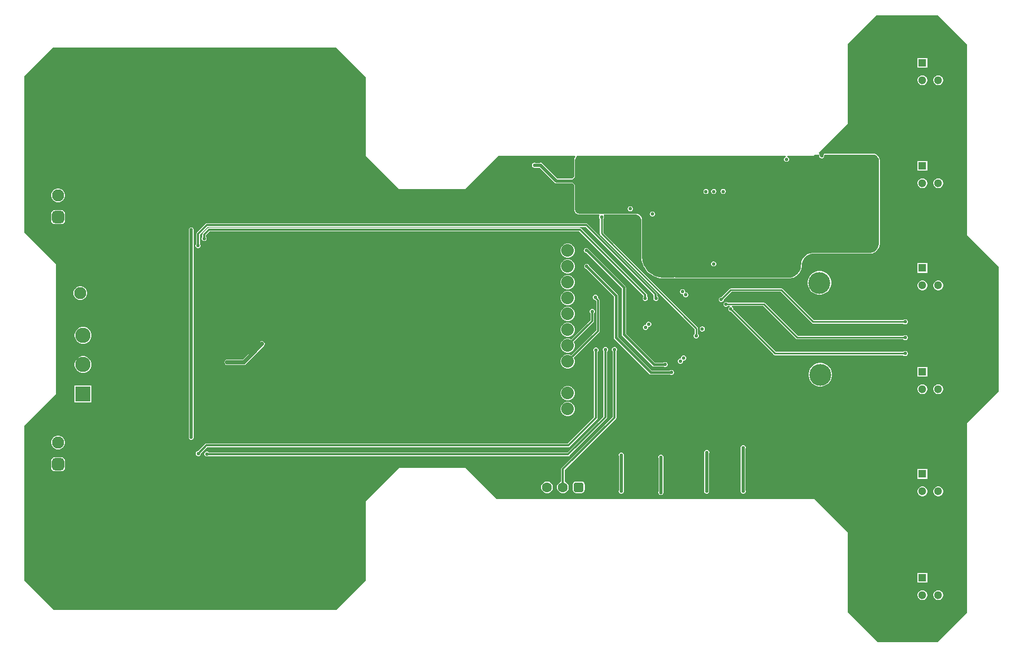
<source format=gbl>
%TF.GenerationSoftware,Altium Limited,DefaultClient, ()*%
G04 Layer_Physical_Order=4*
G04 Layer_Color=16711680*
%FSLAX45Y45*%
%MOMM*%
%TF.SameCoordinates,AE975085-364B-4CEB-9B6D-173D2EE7C3AA*%
%TF.FilePolarity,Positive*%
%TF.FileFunction,Copper,L4,Bot,Signal*%
%TF.Part,Single*%
G01*
G75*
%TA.AperFunction,Conductor*%
%ADD10C,0.30480*%
%ADD13C,0.25400*%
%ADD47C,0.63500*%
%ADD49C,0.50800*%
%ADD50C,0.38100*%
%TA.AperFunction,ComponentPad*%
%ADD59C,3.55600*%
%ADD60C,2.03200*%
%ADD61C,2.45000*%
%ADD62R,2.45000X2.45000*%
%ADD63R,1.30000X1.30000*%
%ADD64C,1.30000*%
G04:AMPARAMS|DCode=65|XSize=1.95mm|YSize=1.95mm|CornerRadius=0.4875mm|HoleSize=0mm|Usage=FLASHONLY|Rotation=90.000|XOffset=0mm|YOffset=0mm|HoleType=Round|Shape=RoundedRectangle|*
%AMROUNDEDRECTD65*
21,1,1.95000,0.97500,0,0,90.0*
21,1,0.97500,1.95000,0,0,90.0*
1,1,0.97500,0.48750,0.48750*
1,1,0.97500,0.48750,-0.48750*
1,1,0.97500,-0.48750,-0.48750*
1,1,0.97500,-0.48750,0.48750*
%
%ADD65ROUNDEDRECTD65*%
%ADD66C,1.95000*%
%ADD67C,1.60000*%
G04:AMPARAMS|DCode=68|XSize=1.6mm|YSize=1.6mm|CornerRadius=0.4mm|HoleSize=0mm|Usage=FLASHONLY|Rotation=180.000|XOffset=0mm|YOffset=0mm|HoleType=Round|Shape=RoundedRectangle|*
%AMROUNDEDRECTD68*
21,1,1.60000,0.80000,0,0,180.0*
21,1,0.80000,1.60000,0,0,180.0*
1,1,0.80000,-0.40000,0.40000*
1,1,0.80000,0.40000,0.40000*
1,1,0.80000,0.40000,-0.40000*
1,1,0.80000,-0.40000,-0.40000*
%
%ADD68ROUNDEDRECTD68*%
%TA.AperFunction,ViaPad*%
%ADD69C,3.50000*%
%ADD70C,0.55880*%
G36*
X13300000Y6924999D02*
X13300000Y6925000D01*
X13300009D01*
X13311736Y6924625D01*
X13329169Y6921158D01*
X13347369Y6913620D01*
X13363747Y6902677D01*
X13377676Y6888747D01*
X13388620Y6872369D01*
X13396158Y6854169D01*
X13400000Y6834849D01*
X13400000Y6825000D01*
X13400000Y5500000D01*
X13400000Y5500000D01*
Y5485065D01*
X13394173Y5455770D01*
X13382742Y5428175D01*
X13366148Y5403339D01*
X13345027Y5382219D01*
X13320192Y5365625D01*
X13292596Y5354195D01*
X13263303Y5348367D01*
X13248367Y5348368D01*
X12348368D01*
X12348368Y5348367D01*
X12328924Y5347412D01*
X12290785Y5339826D01*
X12254858Y5324944D01*
X12222524Y5303340D01*
X12195027Y5275843D01*
X12173423Y5243509D01*
X12158541Y5207583D01*
X12150955Y5169443D01*
X12150000Y5149999D01*
X12149999D01*
Y5130301D01*
X12142314Y5091662D01*
X12127237Y5055264D01*
X12105349Y5022507D01*
X12077492Y4994650D01*
X12044735Y4972762D01*
X12008337Y4957686D01*
X11969698Y4950000D01*
X10134687D01*
X10127444Y4953000D01*
X10111276D01*
X10104033Y4950000D01*
X9950000D01*
X9927059Y4950000D01*
X9881572Y4955989D01*
X9837254Y4967863D01*
X9794867Y4985421D01*
X9755133Y5008361D01*
X9718733Y5036291D01*
X9686291Y5068734D01*
X9658361Y5105133D01*
X9635421Y5144867D01*
X9617863Y5187255D01*
X9605988Y5231572D01*
X9600000Y5277060D01*
Y5300000D01*
Y5874998D01*
X9600000Y5874998D01*
X9600000Y5874998D01*
X9599997Y5875037D01*
X9599519Y5884799D01*
X9599134Y5886732D01*
X9595696Y5904026D01*
X9588196Y5922139D01*
X9577306Y5938439D01*
X9563445Y5952302D01*
X9547145Y5963193D01*
X9529034Y5970695D01*
X9509807Y5974519D01*
X9500005Y5974999D01*
X8600000Y5975000D01*
X8592604Y5975000D01*
X8578106Y5977884D01*
X8564449Y5983540D01*
X8552159Y5991753D01*
X8541707Y6002206D01*
X8533495Y6014497D01*
X8527838Y6028154D01*
X8524956Y6042652D01*
X8524956Y6050044D01*
X8524280Y6824276D01*
X8524280Y6824276D01*
X8524790Y6836765D01*
X8528149Y6853657D01*
X8535740Y6871988D01*
X8546763Y6888485D01*
X8558104Y6899826D01*
X11903802D01*
X11906328Y6887126D01*
X11894659Y6882293D01*
X11883227Y6870861D01*
X11877040Y6855924D01*
Y6839756D01*
X11883227Y6824819D01*
X11894659Y6813387D01*
X11909596Y6807200D01*
X11925764D01*
X11940701Y6813387D01*
X11952133Y6824819D01*
X11958320Y6839756D01*
Y6855924D01*
X11952133Y6870861D01*
X11940701Y6882293D01*
X11929032Y6887126D01*
X11931558Y6899826D01*
X12329245D01*
X12339155Y6901798D01*
X12347557Y6907412D01*
X12365145Y6925000D01*
X12433456D01*
X12438991Y6916716D01*
X12440243Y6912300D01*
Y6897624D01*
X12446430Y6882687D01*
X12457862Y6871254D01*
X12472799Y6865068D01*
X12488967D01*
X12503904Y6871254D01*
X12515336Y6882687D01*
X12521523Y6897624D01*
Y6913791D01*
X12521254Y6914440D01*
X12528310Y6925000D01*
X13299998D01*
X13300000Y6924999D01*
D02*
G37*
G36*
X14813280Y8686800D02*
Y5628640D01*
X15318739Y5123180D01*
Y3124200D01*
X14813280Y2618739D01*
Y-424181D01*
X14340839Y-896620D01*
X13380719D01*
X12900661Y-416560D01*
Y858520D01*
X12362180Y1397000D01*
X7269479D01*
X6766559Y1899920D01*
X5704839D01*
X5166360Y1361440D01*
X5166359Y96519D01*
X4696460Y-373380D01*
X162559D01*
X-307340Y96519D01*
Y2575559D01*
X195579Y3078480D01*
X195580Y5171439D01*
X-307340Y5674360D01*
Y8186420D01*
X147320Y8641080D01*
X4693920D01*
X5166361Y8168639D01*
Y6901178D01*
X5699759Y6367780D01*
X6766560D01*
X7298606Y6899826D01*
X8522534D01*
X8529323Y6887126D01*
X8524310Y6879624D01*
X8524036Y6878243D01*
X8523040Y6877247D01*
X8515448Y6858916D01*
Y6857509D01*
X8514666Y6856338D01*
X8511307Y6839446D01*
X8511527Y6838345D01*
X8511055Y6837326D01*
X8510545Y6824837D01*
X8510651Y6824548D01*
X8510534Y6824264D01*
X8510759Y6565697D01*
X8483909Y6538846D01*
X8241091D01*
X8011247Y6768691D01*
X8009453Y6773021D01*
X7998021Y6784453D01*
X7983084Y6790640D01*
X7966916D01*
X7962586Y6788846D01*
X7887414D01*
X7883084Y6790640D01*
X7866916D01*
X7851979Y6784453D01*
X7840547Y6773021D01*
X7834360Y6758084D01*
Y6741916D01*
X7840547Y6726979D01*
X7851979Y6715547D01*
X7866916Y6709360D01*
X7883084D01*
X7887414Y6711153D01*
X7958909D01*
X8197531Y6472531D01*
X8210134Y6464111D01*
X8225000Y6461153D01*
X8483909D01*
X8510874Y6434189D01*
X8511210Y6050033D01*
X8511209Y6042653D01*
X8511748Y6041353D01*
X8511473Y6039972D01*
X8514356Y6025473D01*
X8515138Y6024302D01*
Y6022894D01*
X8520794Y6009237D01*
X8521790Y6008242D01*
X8522064Y6006861D01*
X8530276Y5994569D01*
X8531447Y5993787D01*
X8531986Y5992486D01*
X8542439Y5982033D01*
X8543739Y5981495D01*
X8544521Y5980324D01*
X8556812Y5972111D01*
X8558193Y5971836D01*
X8559189Y5970840D01*
X8572846Y5965184D01*
X8574254D01*
X8575425Y5964401D01*
X8589922Y5961517D01*
X8591304Y5961792D01*
X8592605Y5961253D01*
X8600001Y5961254D01*
X8910819Y5961253D01*
X8916079Y5948553D01*
X8915547Y5948021D01*
X8909360Y5933084D01*
Y5916916D01*
X8915547Y5901979D01*
X8924102Y5893424D01*
Y5655638D01*
X8926074Y5645728D01*
X8931687Y5637326D01*
X10441442Y4127571D01*
Y4047316D01*
X10432887Y4038761D01*
X10426700Y4023824D01*
Y4007656D01*
X10432887Y3992719D01*
X10444319Y3981287D01*
X10459256Y3975100D01*
X10475424D01*
X10490361Y3981287D01*
X10501793Y3992719D01*
X10507980Y4007656D01*
Y4023824D01*
X10501793Y4038761D01*
X10493238Y4047316D01*
Y4138298D01*
X10491266Y4148209D01*
X10485652Y4156611D01*
X8975897Y5666366D01*
Y5893424D01*
X8984453Y5901979D01*
X8990640Y5916916D01*
Y5933084D01*
X8984453Y5948021D01*
X8983921Y5948553D01*
X8989181Y5961253D01*
X9499668Y5961253D01*
X9508121Y5960838D01*
X9525024Y5957477D01*
X9540634Y5951011D01*
X9554682Y5941624D01*
X9566628Y5929676D01*
X9576014Y5915628D01*
X9582478Y5900018D01*
X9585652Y5884051D01*
X9585652Y5884050D01*
X9585652Y5884049D01*
X9585838Y5883113D01*
X9586253Y5874640D01*
Y5300000D01*
Y5277060D01*
X9586617Y5276182D01*
X9586371Y5275265D01*
X9592360Y5229777D01*
X9592834Y5228955D01*
X9592710Y5228014D01*
X9604585Y5183697D01*
X9605163Y5182943D01*
Y5181994D01*
X9622721Y5139606D01*
X9623392Y5138935D01*
X9623516Y5137993D01*
X9646456Y5098260D01*
X9647210Y5097682D01*
X9647455Y5096765D01*
X9675386Y5060365D01*
X9676207Y5059891D01*
X9676571Y5059013D01*
X9709013Y5026571D01*
X9709890Y5026208D01*
X9710365Y5025385D01*
X9746765Y4997455D01*
X9747682Y4997209D01*
X9748260Y4996456D01*
X9787993Y4973516D01*
X9788935Y4973392D01*
X9789606Y4972721D01*
X9831994Y4955163D01*
X9832943D01*
X9833697Y4954585D01*
X9878014Y4942710D01*
X9878955Y4942834D01*
X9879777Y4942360D01*
X9925265Y4936371D01*
X9926182Y4936617D01*
X9927060Y4936253D01*
X9950000Y4936254D01*
X10104033D01*
X10106560Y4937300D01*
X10109294D01*
X10114011Y4939254D01*
X10124709D01*
X10129426Y4937300D01*
X10132161D01*
X10134687Y4936254D01*
X11969698D01*
X11970999Y4936792D01*
X11972380Y4936518D01*
X12011019Y4944203D01*
X12012190Y4944986D01*
X12013598D01*
X12049996Y4960062D01*
X12050991Y4961058D01*
X12052372Y4961332D01*
X12085129Y4983220D01*
X12085911Y4984390D01*
X12087212Y4984929D01*
X12115070Y5012787D01*
X12115609Y5014088D01*
X12116779Y5014870D01*
X12138667Y5047627D01*
X12138942Y5049008D01*
X12139937Y5050003D01*
X12155014Y5086401D01*
Y5087809D01*
X12155796Y5088980D01*
X12163482Y5127619D01*
X12163207Y5129000D01*
X12163746Y5130301D01*
Y5149651D01*
X12164635Y5167756D01*
X12171760Y5203573D01*
X12185604Y5236998D01*
X12205705Y5267080D01*
X12231287Y5292662D01*
X12261369Y5312763D01*
X12294794Y5326608D01*
X12330611Y5333732D01*
X12348716Y5334621D01*
X13248367D01*
X13263301Y5334621D01*
X13264603Y5335160D01*
X13265984Y5334885D01*
X13295277Y5340712D01*
X13296449Y5341495D01*
X13297858D01*
X13325453Y5352925D01*
X13326448Y5353920D01*
X13327829Y5354195D01*
X13352664Y5370789D01*
X13353447Y5371960D01*
X13354747Y5372499D01*
X13375868Y5393619D01*
X13376407Y5394920D01*
X13377579Y5395702D01*
X13394173Y5420537D01*
X13394447Y5421919D01*
X13395442Y5422914D01*
X13406873Y5450509D01*
Y5451917D01*
X13407655Y5453088D01*
X13413483Y5482383D01*
X13413206Y5483764D01*
X13413747Y5485065D01*
Y5499999D01*
X13413747Y5500000D01*
X13413747Y6824999D01*
X13413747Y6834848D01*
X13413208Y6836149D01*
X13413483Y6837530D01*
X13409641Y6856850D01*
X13408858Y6858021D01*
Y6859430D01*
X13401320Y6877629D01*
X13400325Y6878625D01*
X13400050Y6880006D01*
X13389107Y6896384D01*
X13387936Y6897167D01*
X13387396Y6898468D01*
X13373468Y6912397D01*
X13372166Y6912936D01*
X13371384Y6914107D01*
X13355006Y6925050D01*
X13353625Y6925325D01*
X13352629Y6926320D01*
X13334430Y6933858D01*
X13333022D01*
X13331850Y6934641D01*
X13314417Y6938108D01*
X13313255Y6937876D01*
X13312175Y6938364D01*
X13300449Y6938739D01*
X13300227Y6938656D01*
X13300009Y6938746D01*
X13300000D01*
X13299998Y6938747D01*
X12528310D01*
X12527010Y6938208D01*
X12525628Y6938483D01*
X12522294Y6936255D01*
X12518590Y6934720D01*
X12518051Y6933419D01*
X12516880Y6932637D01*
X12509825Y6922078D01*
X12509550Y6920697D01*
X12508555Y6919702D01*
X12508554Y6915692D01*
X12508545Y6915648D01*
X12507777Y6913791D01*
Y6911783D01*
X12507772Y6911759D01*
X12507777Y6911751D01*
Y6900358D01*
X12503682Y6890473D01*
X12496117Y6882908D01*
X12486232Y6878814D01*
X12475534D01*
X12465649Y6882908D01*
X12458084Y6890474D01*
X12453990Y6900358D01*
Y6912300D01*
X12453241Y6914107D01*
X12453468Y6916050D01*
X12452216Y6920466D01*
X12450850Y6922194D01*
X12450421Y6924353D01*
X12444886Y6932637D01*
X12443715Y6933419D01*
X12443176Y6934720D01*
X12439472Y6936255D01*
X12438635Y6936814D01*
X12434610Y6950750D01*
X12900661Y7416799D01*
Y8696960D01*
X13357860Y9154160D01*
X14345920D01*
X14813280Y8686800D01*
D02*
G37*
%LPC*%
G36*
X10908795Y6372860D02*
X10892627D01*
X10877690Y6366673D01*
X10866258Y6355241D01*
X10860071Y6340304D01*
Y6324136D01*
X10866258Y6309199D01*
X10877690Y6297767D01*
X10892627Y6291580D01*
X10908795D01*
X10923732Y6297767D01*
X10935164Y6309199D01*
X10941351Y6324136D01*
Y6340304D01*
X10935164Y6355241D01*
X10923732Y6366673D01*
X10908795Y6372860D01*
D02*
G37*
G36*
X10758935D02*
X10742767D01*
X10727830Y6366673D01*
X10716398Y6355241D01*
X10710211Y6340304D01*
Y6324136D01*
X10716398Y6309199D01*
X10727830Y6297767D01*
X10742767Y6291580D01*
X10758935D01*
X10773872Y6297767D01*
X10785304Y6309199D01*
X10791491Y6324136D01*
Y6340304D01*
X10785304Y6355241D01*
X10773872Y6366673D01*
X10758935Y6372860D01*
D02*
G37*
G36*
X10633873D02*
X10617705D01*
X10602768Y6366673D01*
X10591336Y6355241D01*
X10585149Y6340304D01*
Y6324136D01*
X10591336Y6309199D01*
X10602768Y6297767D01*
X10617705Y6291580D01*
X10633873D01*
X10648810Y6297767D01*
X10660242Y6309199D01*
X10666429Y6324136D01*
Y6340304D01*
X10660242Y6355241D01*
X10648810Y6366673D01*
X10633873Y6372860D01*
D02*
G37*
G36*
X9419584Y6093640D02*
X9403416D01*
X9388479Y6087453D01*
X9377047Y6076021D01*
X9370860Y6061084D01*
Y6044916D01*
X9377047Y6029979D01*
X9388479Y6018547D01*
X9403416Y6012360D01*
X9419584D01*
X9434521Y6018547D01*
X9445953Y6029979D01*
X9452140Y6044916D01*
Y6061084D01*
X9445953Y6076021D01*
X9434521Y6087453D01*
X9419584Y6093640D01*
D02*
G37*
G36*
X9774384Y6009640D02*
X9758216D01*
X9743279Y6003453D01*
X9731847Y5992021D01*
X9725660Y5977084D01*
Y5960916D01*
X9731847Y5945979D01*
X9743279Y5934547D01*
X9758216Y5928360D01*
X9774384D01*
X9789321Y5934547D01*
X9800753Y5945979D01*
X9806940Y5960916D01*
Y5977084D01*
X9800753Y5992021D01*
X9789321Y6003453D01*
X9774384Y6009640D01*
D02*
G37*
G36*
X10754698Y5211954D02*
X10738530D01*
X10723593Y5205767D01*
X10712161Y5194335D01*
X10705974Y5179398D01*
Y5163230D01*
X10712161Y5148293D01*
X10723593Y5136861D01*
X10738530Y5130674D01*
X10754698D01*
X10769635Y5136861D01*
X10781067Y5148293D01*
X10787254Y5163230D01*
Y5179398D01*
X10781067Y5194335D01*
X10769635Y5205767D01*
X10754698Y5211954D01*
D02*
G37*
G36*
X14174699Y8472700D02*
X14019299D01*
Y8317300D01*
X14174699D01*
Y8472700D01*
D02*
G37*
G36*
X14361229Y8192700D02*
X14340771D01*
X14321008Y8187405D01*
X14303291Y8177175D01*
X14288824Y8162709D01*
X14278595Y8144991D01*
X14273300Y8125229D01*
Y8104771D01*
X14278595Y8085009D01*
X14288824Y8067291D01*
X14303291Y8052825D01*
X14321008Y8042595D01*
X14340771Y8037300D01*
X14361229D01*
X14380991Y8042595D01*
X14398709Y8052825D01*
X14413174Y8067291D01*
X14423405Y8085009D01*
X14428700Y8104771D01*
Y8125229D01*
X14423405Y8144991D01*
X14413174Y8162709D01*
X14398709Y8177175D01*
X14380991Y8187405D01*
X14361229Y8192700D01*
D02*
G37*
G36*
X14107230D02*
X14086771D01*
X14067009Y8187405D01*
X14049290Y8177175D01*
X14034825Y8162709D01*
X14024596Y8144991D01*
X14019299Y8125229D01*
Y8104771D01*
X14024596Y8085009D01*
X14034825Y8067291D01*
X14049290Y8052825D01*
X14067009Y8042595D01*
X14086771Y8037300D01*
X14107230D01*
X14126991Y8042595D01*
X14144708Y8052825D01*
X14159175Y8067291D01*
X14169405Y8085009D01*
X14174699Y8104771D01*
Y8125229D01*
X14169405Y8144991D01*
X14159175Y8162709D01*
X14144708Y8177175D01*
X14126991Y8187405D01*
X14107230Y8192700D01*
D02*
G37*
G36*
X14174699Y6821700D02*
X14019299D01*
Y6666300D01*
X14174699D01*
Y6821700D01*
D02*
G37*
G36*
X14361229Y6541700D02*
X14340771D01*
X14321008Y6536405D01*
X14303291Y6526175D01*
X14288824Y6511709D01*
X14278595Y6493991D01*
X14273300Y6474229D01*
Y6453771D01*
X14278595Y6434009D01*
X14288824Y6416291D01*
X14303291Y6401825D01*
X14321008Y6391595D01*
X14340771Y6386300D01*
X14361229D01*
X14380991Y6391595D01*
X14398709Y6401825D01*
X14413174Y6416291D01*
X14423405Y6434009D01*
X14428700Y6453771D01*
Y6474229D01*
X14423405Y6493991D01*
X14413174Y6511709D01*
X14398709Y6526175D01*
X14380991Y6536405D01*
X14361229Y6541700D01*
D02*
G37*
G36*
X14107230D02*
X14086771D01*
X14067009Y6536405D01*
X14049290Y6526175D01*
X14034825Y6511709D01*
X14024596Y6493991D01*
X14019299Y6474229D01*
Y6453771D01*
X14024596Y6434009D01*
X14034825Y6416291D01*
X14049290Y6401825D01*
X14067009Y6391595D01*
X14086771Y6386300D01*
X14107230D01*
X14126991Y6391595D01*
X14144708Y6401825D01*
X14159175Y6416291D01*
X14169405Y6434009D01*
X14174699Y6453771D01*
Y6474229D01*
X14169405Y6493991D01*
X14159175Y6511709D01*
X14144708Y6526175D01*
X14126991Y6536405D01*
X14107230Y6541700D01*
D02*
G37*
G36*
X247708Y6381200D02*
X218692D01*
X190664Y6373690D01*
X165536Y6359182D01*
X145018Y6338664D01*
X130510Y6313536D01*
X123000Y6285508D01*
Y6256492D01*
X130510Y6228464D01*
X145018Y6203336D01*
X165536Y6182818D01*
X190664Y6168310D01*
X218692Y6160800D01*
X247708D01*
X275736Y6168310D01*
X300864Y6182818D01*
X321382Y6203336D01*
X335890Y6228464D01*
X343400Y6256492D01*
Y6285508D01*
X335890Y6313536D01*
X321382Y6338664D01*
X300864Y6359182D01*
X275736Y6373690D01*
X247708Y6381200D01*
D02*
G37*
G36*
X281950Y6032404D02*
X184450D01*
X160473Y6027635D01*
X140147Y6014053D01*
X126565Y5993727D01*
X121796Y5969750D01*
Y5872250D01*
X126565Y5848274D01*
X140147Y5827947D01*
X160473Y5814366D01*
X184450Y5809596D01*
X281950D01*
X305926Y5814366D01*
X326253Y5827947D01*
X339834Y5848274D01*
X344604Y5872250D01*
Y5969750D01*
X339834Y5993727D01*
X326253Y6014053D01*
X305926Y6027635D01*
X281950Y6032404D01*
D02*
G37*
G36*
X8604920Y5748568D02*
X8604919Y5748567D01*
X2651761D01*
X2651760Y5748568D01*
X2640858Y5746399D01*
X2631616Y5740224D01*
X2555416Y5664024D01*
X2549241Y5654782D01*
X2547072Y5643880D01*
X2547073Y5643879D01*
Y5606826D01*
X2541107Y5600861D01*
X2534920Y5585924D01*
Y5569756D01*
X2541107Y5554819D01*
X2552539Y5543387D01*
X2567476Y5537200D01*
X2583644D01*
X2598581Y5543387D01*
X2610013Y5554819D01*
X2616200Y5569756D01*
Y5585924D01*
X2610013Y5600861D01*
X2604047Y5606826D01*
Y5632080D01*
X2663560Y5691593D01*
X8593120D01*
X9622985Y4661728D01*
Y4648719D01*
X9617547Y4643281D01*
X9611360Y4628344D01*
Y4612176D01*
X9617547Y4597239D01*
X9628979Y4585807D01*
X9643916Y4579620D01*
X9660084D01*
X9675021Y4585807D01*
X9686453Y4597239D01*
X9692640Y4612176D01*
Y4628344D01*
X9686453Y4643281D01*
X9680487Y4649246D01*
Y4673000D01*
X9678319Y4683902D01*
X9672144Y4693144D01*
X9672143Y4693144D01*
X8625064Y5740224D01*
X8615822Y5746399D01*
X8604920Y5748568D01*
D02*
G37*
G36*
X8422448Y5499100D02*
X8392352D01*
X8363282Y5491311D01*
X8337218Y5476263D01*
X8315937Y5454982D01*
X8300889Y5428918D01*
X8293100Y5399848D01*
Y5369752D01*
X8300889Y5340682D01*
X8315937Y5314618D01*
X8337218Y5293337D01*
X8363282Y5278289D01*
X8392352Y5270500D01*
X8422448D01*
X8451518Y5278289D01*
X8477582Y5293337D01*
X8498863Y5314618D01*
X8513911Y5340682D01*
X8521700Y5369752D01*
Y5399848D01*
X8513911Y5428918D01*
X8498863Y5454982D01*
X8477582Y5476263D01*
X8451518Y5491311D01*
X8422448Y5499100D01*
D02*
G37*
G36*
X14174699Y5183700D02*
X14019299D01*
Y5028300D01*
X14174699D01*
Y5183700D01*
D02*
G37*
G36*
X8422448Y5245100D02*
X8392352D01*
X8363282Y5237311D01*
X8337218Y5222263D01*
X8315937Y5200982D01*
X8300889Y5174918D01*
X8293100Y5145848D01*
Y5115752D01*
X8300889Y5086682D01*
X8315937Y5060618D01*
X8337218Y5039337D01*
X8363282Y5024289D01*
X8392352Y5016500D01*
X8422448D01*
X8451518Y5024289D01*
X8477582Y5039337D01*
X8498863Y5060618D01*
X8513911Y5086682D01*
X8521700Y5115752D01*
Y5145848D01*
X8513911Y5174918D01*
X8498863Y5200982D01*
X8477582Y5222263D01*
X8451518Y5237311D01*
X8422448Y5245100D01*
D02*
G37*
G36*
Y4991100D02*
X8392352D01*
X8363282Y4983311D01*
X8337218Y4968263D01*
X8315937Y4946982D01*
X8300889Y4920918D01*
X8293100Y4891848D01*
Y4861752D01*
X8300889Y4832682D01*
X8315937Y4806618D01*
X8337218Y4785337D01*
X8363282Y4770289D01*
X8392352Y4762500D01*
X8422448D01*
X8451518Y4770289D01*
X8477582Y4785337D01*
X8498863Y4806618D01*
X8513911Y4832682D01*
X8521700Y4861752D01*
Y4891848D01*
X8513911Y4920918D01*
X8498863Y4946982D01*
X8477582Y4968263D01*
X8451518Y4983311D01*
X8422448Y4991100D01*
D02*
G37*
G36*
X14361229Y4903700D02*
X14340771D01*
X14321008Y4898405D01*
X14303291Y4888175D01*
X14288824Y4873709D01*
X14278595Y4855991D01*
X14273300Y4836229D01*
Y4815771D01*
X14278595Y4796009D01*
X14288824Y4778291D01*
X14303291Y4763825D01*
X14321008Y4753595D01*
X14340771Y4748300D01*
X14361229D01*
X14380991Y4753595D01*
X14398709Y4763825D01*
X14413174Y4778291D01*
X14423405Y4796009D01*
X14428700Y4815771D01*
Y4836229D01*
X14423405Y4855991D01*
X14413174Y4873709D01*
X14398709Y4888175D01*
X14380991Y4898405D01*
X14361229Y4903700D01*
D02*
G37*
G36*
X14107230Y4903700D02*
X14086771D01*
X14067009Y4898404D01*
X14049290Y4888175D01*
X14034825Y4873709D01*
X14024596Y4855991D01*
X14019299Y4836229D01*
Y4815770D01*
X14024596Y4796009D01*
X14034825Y4778291D01*
X14049290Y4763824D01*
X14067009Y4753595D01*
X14086771Y4748300D01*
X14107230D01*
X14126991Y4753595D01*
X14144708Y4763824D01*
X14159175Y4778291D01*
X14169405Y4796009D01*
X14174699Y4815770D01*
Y4836229D01*
X14169405Y4855991D01*
X14159175Y4873709D01*
X14144708Y4888175D01*
X14126991Y4898404D01*
X14107230Y4903700D01*
D02*
G37*
G36*
X12464487Y5054340D02*
X12427513D01*
X12391250Y5047127D01*
X12357091Y5032977D01*
X12326348Y5012436D01*
X12300204Y4986292D01*
X12279663Y4955549D01*
X12265513Y4921390D01*
X12258300Y4885127D01*
Y4848153D01*
X12265513Y4811890D01*
X12279663Y4777731D01*
X12300204Y4746988D01*
X12326348Y4720844D01*
X12357091Y4700303D01*
X12391250Y4686153D01*
X12427513Y4678940D01*
X12464487D01*
X12500750Y4686153D01*
X12534909Y4700303D01*
X12565652Y4720844D01*
X12591796Y4746988D01*
X12612337Y4777731D01*
X12626487Y4811890D01*
X12633700Y4848153D01*
Y4885127D01*
X12626487Y4921390D01*
X12612337Y4955549D01*
X12591796Y4986292D01*
X12565652Y5012436D01*
X12534909Y5032977D01*
X12500750Y5047127D01*
X12464487Y5054340D01*
D02*
G37*
G36*
X10256984Y4765040D02*
X10240816D01*
X10225879Y4758853D01*
X10214447Y4747421D01*
X10208260Y4732484D01*
Y4716316D01*
X10214447Y4701379D01*
X10225879Y4689947D01*
X10240816Y4683760D01*
X10247326D01*
X10257296Y4681996D01*
X10259060Y4672026D01*
Y4665516D01*
X10265247Y4650579D01*
X10276679Y4639147D01*
X10291616Y4632960D01*
X10307784D01*
X10322721Y4639147D01*
X10334153Y4650579D01*
X10340340Y4665516D01*
Y4681684D01*
X10334153Y4696621D01*
X10322721Y4708053D01*
X10307784Y4714240D01*
X10301274D01*
X10291304Y4716004D01*
X10289540Y4725974D01*
Y4732484D01*
X10283353Y4747421D01*
X10271921Y4758853D01*
X10256984Y4765040D01*
D02*
G37*
G36*
X604506Y4813200D02*
X575490D01*
X547462Y4805691D01*
X522333Y4791182D01*
X501816Y4770665D01*
X487308Y4745536D01*
X479798Y4717509D01*
Y4688492D01*
X487308Y4660465D01*
X501816Y4635336D01*
X522333Y4614819D01*
X547462Y4600310D01*
X575490Y4592801D01*
X604506D01*
X632533Y4600310D01*
X657662Y4614819D01*
X678180Y4635336D01*
X692688Y4660465D01*
X700198Y4688492D01*
Y4717509D01*
X692688Y4745536D01*
X678180Y4770665D01*
X657662Y4791182D01*
X632533Y4805691D01*
X604506Y4813200D01*
D02*
G37*
G36*
X8708800Y5819688D02*
X8708799Y5819687D01*
X2618740D01*
X2607838Y5817519D01*
X2598596Y5811344D01*
X2598596Y5811343D01*
X2458896Y5671644D01*
X2452721Y5662402D01*
X2450552Y5651500D01*
X2450553Y5651499D01*
Y5489986D01*
X2444587Y5484021D01*
X2438400Y5469084D01*
Y5452916D01*
X2444587Y5437979D01*
X2456019Y5426547D01*
X2470956Y5420360D01*
X2487124D01*
X2502061Y5426547D01*
X2513493Y5437979D01*
X2519680Y5452916D01*
Y5469084D01*
X2513493Y5484021D01*
X2507527Y5489986D01*
Y5639700D01*
X2630540Y5762713D01*
X8697000D01*
X9787861Y4671852D01*
Y4643415D01*
X9787727Y4643281D01*
X9781540Y4628344D01*
Y4612176D01*
X9787727Y4597239D01*
X9799159Y4585807D01*
X9814096Y4579620D01*
X9830264D01*
X9845201Y4585807D01*
X9856633Y4597239D01*
X9862820Y4612176D01*
Y4628344D01*
X9856633Y4643281D01*
X9845201Y4654713D01*
X9844836Y4654864D01*
Y4683652D01*
X9842667Y4694554D01*
X9836492Y4703796D01*
X9836491Y4703796D01*
X8728944Y5811344D01*
X8719702Y5817519D01*
X8708800Y5819688D01*
D02*
G37*
G36*
X8422448Y4737100D02*
X8392352D01*
X8363282Y4729311D01*
X8337218Y4714263D01*
X8315937Y4692982D01*
X8300889Y4666918D01*
X8293100Y4637848D01*
Y4607752D01*
X8300889Y4578682D01*
X8315937Y4552618D01*
X8337218Y4531337D01*
X8363282Y4516289D01*
X8392352Y4508500D01*
X8422448D01*
X8451518Y4516289D01*
X8477582Y4531337D01*
X8498863Y4552618D01*
X8513911Y4578682D01*
X8521700Y4607752D01*
Y4637848D01*
X8513911Y4666918D01*
X8498863Y4692982D01*
X8477582Y4714263D01*
X8451518Y4729311D01*
X8422448Y4737100D01*
D02*
G37*
G36*
Y4483100D02*
X8392352D01*
X8363282Y4475311D01*
X8337218Y4460263D01*
X8315937Y4438982D01*
X8300889Y4412918D01*
X8293100Y4383848D01*
Y4353752D01*
X8300889Y4324682D01*
X8315937Y4298618D01*
X8337218Y4277337D01*
X8363282Y4262289D01*
X8392352Y4254500D01*
X8422448D01*
X8451518Y4262289D01*
X8477582Y4277337D01*
X8498863Y4298618D01*
X8513911Y4324682D01*
X8521700Y4353752D01*
Y4383848D01*
X8513911Y4412918D01*
X8498863Y4438982D01*
X8477582Y4460263D01*
X8451518Y4475311D01*
X8422448Y4483100D01*
D02*
G37*
G36*
X11836400Y4775698D02*
X11023600D01*
X11013689Y4773726D01*
X11005288Y4768112D01*
X10875215Y4638040D01*
X10863116D01*
X10848179Y4631853D01*
X10836747Y4620421D01*
X10830560Y4605484D01*
Y4589316D01*
X10836747Y4574379D01*
X10848179Y4562947D01*
X10863116Y4556760D01*
X10879284D01*
X10894221Y4562947D01*
X10905653Y4574379D01*
X10911840Y4589316D01*
Y4601415D01*
X11034327Y4723902D01*
X11825673D01*
X12326384Y4223191D01*
X12334786Y4217577D01*
X12344696Y4215606D01*
X13789906D01*
X13798460Y4207051D01*
X13813399Y4200864D01*
X13829565D01*
X13844502Y4207051D01*
X13855936Y4218483D01*
X13862122Y4233420D01*
Y4249587D01*
X13855936Y4264524D01*
X13844502Y4275957D01*
X13829565Y4282144D01*
X13813399D01*
X13798460Y4275957D01*
X13789906Y4267401D01*
X12355424D01*
X11854712Y4768112D01*
X11846311Y4773726D01*
X11836400Y4775698D01*
D02*
G37*
G36*
X9713424Y4244340D02*
X9697256D01*
X9682319Y4238153D01*
X9670887Y4226721D01*
X9664700Y4211784D01*
Y4205274D01*
X9662936Y4195304D01*
X9652966Y4193540D01*
X9646456D01*
X9631519Y4187353D01*
X9620087Y4175921D01*
X9613900Y4160984D01*
Y4144816D01*
X9620087Y4129879D01*
X9631519Y4118447D01*
X9646456Y4112260D01*
X9662624D01*
X9677561Y4118447D01*
X9688993Y4129879D01*
X9695180Y4144816D01*
Y4151326D01*
X9696944Y4161296D01*
X9706914Y4163060D01*
X9713424D01*
X9728361Y4169247D01*
X9739793Y4180679D01*
X9745980Y4195616D01*
Y4211784D01*
X9739793Y4226721D01*
X9728361Y4238153D01*
X9713424Y4244340D01*
D02*
G37*
G36*
X10574484Y4168140D02*
X10558316D01*
X10543379Y4161953D01*
X10531947Y4150521D01*
X10525760Y4135584D01*
Y4119416D01*
X10531947Y4104479D01*
X10543379Y4093047D01*
X10558316Y4086860D01*
X10574484D01*
X10589421Y4093047D01*
X10600853Y4104479D01*
X10607040Y4119416D01*
Y4135584D01*
X10600853Y4150521D01*
X10589421Y4161953D01*
X10574484Y4168140D01*
D02*
G37*
G36*
X8422448Y4229100D02*
X8392352D01*
X8363282Y4221311D01*
X8337218Y4206263D01*
X8315937Y4184982D01*
X8300889Y4158918D01*
X8293100Y4129848D01*
Y4099752D01*
X8300889Y4070682D01*
X8315937Y4044618D01*
X8337218Y4023337D01*
X8363282Y4008289D01*
X8392352Y4000500D01*
X8422448D01*
X8451518Y4008289D01*
X8477582Y4023337D01*
X8498863Y4044618D01*
X8513911Y4070682D01*
X8521700Y4099752D01*
Y4129848D01*
X8513911Y4158918D01*
X8498863Y4184982D01*
X8477582Y4206263D01*
X8451518Y4221311D01*
X8422448Y4229100D01*
D02*
G37*
G36*
X8809184Y4447540D02*
X8793016D01*
X8778079Y4441353D01*
X8766647Y4429921D01*
X8760460Y4414984D01*
Y4398816D01*
X8766647Y4383879D01*
X8772613Y4377914D01*
Y4266300D01*
X8465532Y3959220D01*
X8451518Y3967311D01*
X8422448Y3975100D01*
X8392352D01*
X8363282Y3967311D01*
X8337218Y3952263D01*
X8315937Y3930982D01*
X8300889Y3904918D01*
X8293100Y3875848D01*
Y3845752D01*
X8300889Y3816682D01*
X8315937Y3790618D01*
X8337218Y3769337D01*
X8363282Y3754289D01*
X8392352Y3746500D01*
X8422448D01*
X8451518Y3754289D01*
X8477582Y3769337D01*
X8498863Y3790618D01*
X8513911Y3816682D01*
X8521700Y3845752D01*
Y3875848D01*
X8513911Y3904918D01*
X8505820Y3918932D01*
X8821244Y4234356D01*
X8827419Y4243598D01*
X8829588Y4254500D01*
X8829587Y4254501D01*
Y4377914D01*
X8835553Y4383879D01*
X8841740Y4398816D01*
Y4414984D01*
X8835553Y4429921D01*
X8824121Y4441353D01*
X8809184Y4447540D01*
D02*
G37*
G36*
X10955484Y4561840D02*
X10939316D01*
X10924379Y4555653D01*
X10912947Y4544221D01*
X10906760Y4529284D01*
Y4513116D01*
X10912947Y4498179D01*
X10924379Y4486747D01*
X10939316Y4480560D01*
X10955484D01*
X10970421Y4486747D01*
X10978976Y4495302D01*
X11005656D01*
X11008182Y4482602D01*
X11000579Y4479453D01*
X10989147Y4468021D01*
X10982960Y4453084D01*
Y4436916D01*
X10989147Y4421979D01*
X11000579Y4410547D01*
X11015516Y4404360D01*
X11027615D01*
X11716784Y3715191D01*
X11725186Y3709577D01*
X11735096Y3707606D01*
X13789906D01*
X13798460Y3699051D01*
X13813399Y3692864D01*
X13829565D01*
X13844502Y3699051D01*
X13855936Y3710483D01*
X13862122Y3725420D01*
Y3741587D01*
X13855936Y3756524D01*
X13844502Y3767957D01*
X13829565Y3774144D01*
X13813399D01*
X13798460Y3767957D01*
X13789906Y3759401D01*
X11745824D01*
X11064240Y4440985D01*
Y4453084D01*
X11058053Y4468021D01*
X11046621Y4479453D01*
X11039018Y4482602D01*
X11041544Y4495302D01*
X11546273D01*
X12072088Y3969488D01*
X12080489Y3963874D01*
X12090400Y3961902D01*
X13789609D01*
X13798460Y3953051D01*
X13813399Y3946864D01*
X13829565D01*
X13844502Y3953051D01*
X13855936Y3964483D01*
X13862122Y3979420D01*
Y3995587D01*
X13855936Y4010524D01*
X13844502Y4021957D01*
X13829565Y4028144D01*
X13813399D01*
X13798460Y4021957D01*
X13790202Y4013698D01*
X12101127D01*
X11575312Y4539512D01*
X11566911Y4545126D01*
X11557000Y4547098D01*
X10978976D01*
X10970421Y4555653D01*
X10955484Y4561840D01*
D02*
G37*
G36*
X652799Y4161200D02*
X617201D01*
X582815Y4151986D01*
X551985Y4134187D01*
X526813Y4109015D01*
X509014Y4078185D01*
X499800Y4043799D01*
Y4008201D01*
X509014Y3973815D01*
X526813Y3942986D01*
X551985Y3917813D01*
X582815Y3900014D01*
X617201Y3890800D01*
X652799D01*
X687185Y3900014D01*
X718015Y3917813D01*
X743187Y3942986D01*
X760986Y3973815D01*
X770200Y4008201D01*
Y4043799D01*
X760986Y4078185D01*
X743187Y4109015D01*
X718015Y4134187D01*
X687185Y4151986D01*
X652799Y4161200D01*
D02*
G37*
G36*
X8859984Y4676140D02*
X8843816D01*
X8828879Y4669953D01*
X8817447Y4658521D01*
X8811260Y4643584D01*
Y4627416D01*
X8817447Y4612479D01*
X8828879Y4601047D01*
X8843816Y4594860D01*
X8844005D01*
X8866593Y4572272D01*
Y4106280D01*
X8465532Y3705220D01*
X8451518Y3713311D01*
X8422448Y3721100D01*
X8392352D01*
X8363282Y3713311D01*
X8337218Y3698263D01*
X8315937Y3676982D01*
X8300889Y3650918D01*
X8293100Y3621848D01*
Y3591752D01*
X8300889Y3562682D01*
X8315937Y3536618D01*
X8337218Y3515337D01*
X8363282Y3500289D01*
X8392352Y3492500D01*
X8422448D01*
X8451518Y3500289D01*
X8477582Y3515337D01*
X8498863Y3536618D01*
X8513911Y3562682D01*
X8521700Y3591752D01*
Y3621848D01*
X8513911Y3650918D01*
X8505820Y3664932D01*
X8915224Y4074336D01*
X8921399Y4083578D01*
X8923568Y4094480D01*
X8923567Y4094481D01*
Y4584072D01*
X8921399Y4594974D01*
X8915224Y4604216D01*
X8915223Y4604216D01*
X8892389Y4627051D01*
X8892540Y4627416D01*
Y4643584D01*
X8886353Y4658521D01*
X8874921Y4669953D01*
X8859984Y4676140D01*
D02*
G37*
G36*
X10275971Y3702847D02*
X10259803D01*
X10244866Y3696660D01*
X10233434Y3685228D01*
X10227247Y3670291D01*
Y3663781D01*
X10225482Y3653812D01*
X10215513Y3652047D01*
X10209003D01*
X10194066Y3645860D01*
X10182634Y3634428D01*
X10176447Y3619491D01*
Y3603324D01*
X10182634Y3588387D01*
X10194066Y3576954D01*
X10209003Y3570767D01*
X10225171D01*
X10240108Y3576954D01*
X10251540Y3588387D01*
X10257727Y3603324D01*
Y3609834D01*
X10259491Y3619803D01*
X10269460Y3621567D01*
X10275971D01*
X10290908Y3627754D01*
X10302340Y3639187D01*
X10308527Y3654124D01*
Y3670291D01*
X10302340Y3685228D01*
X10290908Y3696660D01*
X10275971Y3702847D01*
D02*
G37*
G36*
X3505200Y3931521D02*
X3487857Y3928071D01*
X3473154Y3918247D01*
X3194327Y3639421D01*
X2946400D01*
X2929057Y3635971D01*
X2914353Y3626147D01*
X2904529Y3611443D01*
X2901079Y3594100D01*
X2904529Y3576757D01*
X2914353Y3562053D01*
X2929057Y3552229D01*
X2946400Y3548779D01*
X3213100D01*
X3230444Y3552229D01*
X3245147Y3562053D01*
X3537247Y3854154D01*
X3547071Y3868857D01*
X3550521Y3886200D01*
X3547071Y3903544D01*
X3537247Y3918247D01*
X3522544Y3928071D01*
X3505200Y3931521D01*
D02*
G37*
G36*
X8714467Y5425440D02*
X8698300D01*
X8683363Y5419253D01*
X8671930Y5407821D01*
X8665743Y5392884D01*
Y5376716D01*
X8671930Y5361779D01*
X8683363Y5350347D01*
X8698300Y5344160D01*
X8712426D01*
X9276728Y4779858D01*
Y4038600D01*
X9279192Y4026212D01*
X9286210Y4015710D01*
X9768810Y3533110D01*
X9779312Y3526092D01*
X9791700Y3523628D01*
X9944398D01*
X9946479Y3521547D01*
X9961416Y3515360D01*
X9977584D01*
X9992521Y3521547D01*
X10003953Y3532979D01*
X10010140Y3547916D01*
Y3564084D01*
X10003953Y3579021D01*
X9992521Y3590453D01*
X9977584Y3596640D01*
X9961416D01*
X9946479Y3590453D01*
X9944398Y3588372D01*
X9805109D01*
X9341472Y4052009D01*
Y4793267D01*
X9339008Y4805655D01*
X9331990Y4816157D01*
X8741197Y5406951D01*
X8740836Y5407821D01*
X8729404Y5419253D01*
X8714467Y5425440D01*
D02*
G37*
G36*
X652799Y3691200D02*
X617201D01*
X582815Y3681986D01*
X551985Y3664187D01*
X526813Y3639015D01*
X509014Y3608185D01*
X499800Y3573799D01*
Y3538201D01*
X509014Y3503815D01*
X526813Y3472985D01*
X551985Y3447813D01*
X582815Y3430014D01*
X617201Y3420800D01*
X652799D01*
X687185Y3430014D01*
X718015Y3447813D01*
X743187Y3472985D01*
X760986Y3503815D01*
X770200Y3538201D01*
Y3573799D01*
X760986Y3608185D01*
X743187Y3639015D01*
X718015Y3664187D01*
X687185Y3681986D01*
X652799Y3691200D01*
D02*
G37*
G36*
X8720284Y5171440D02*
X8704116D01*
X8689179Y5165253D01*
X8677747Y5153821D01*
X8671560Y5138884D01*
Y5122716D01*
X8677747Y5107779D01*
X8689179Y5096347D01*
X8704116Y5090160D01*
X8707059D01*
X9149728Y4647491D01*
Y3987800D01*
X9152192Y3975412D01*
X9159210Y3964910D01*
X9718010Y3406110D01*
X9728512Y3399092D01*
X9740900Y3396628D01*
X10045998D01*
X10048079Y3394547D01*
X10063016Y3388360D01*
X10079184D01*
X10094121Y3394547D01*
X10105553Y3405979D01*
X10111740Y3420916D01*
Y3437084D01*
X10105553Y3452021D01*
X10094121Y3463453D01*
X10079184Y3469640D01*
X10063016D01*
X10048079Y3463453D01*
X10045998Y3461372D01*
X9754309D01*
X9214472Y4001209D01*
Y4660900D01*
X9212008Y4673288D01*
X9204990Y4683790D01*
X9204990Y4683791D01*
X8752840Y5135941D01*
Y5138884D01*
X8746653Y5153821D01*
X8735221Y5165253D01*
X8720284Y5171440D01*
D02*
G37*
G36*
X14174699Y3519700D02*
X14019299D01*
Y3364300D01*
X14174699D01*
Y3519700D01*
D02*
G37*
G36*
X12477187Y3581140D02*
X12440213D01*
X12403950Y3573927D01*
X12369791Y3559777D01*
X12339048Y3539236D01*
X12312904Y3513092D01*
X12292363Y3482349D01*
X12278213Y3448190D01*
X12271000Y3411927D01*
Y3374953D01*
X12278213Y3338690D01*
X12292363Y3304531D01*
X12312904Y3273788D01*
X12339048Y3247644D01*
X12369791Y3227103D01*
X12403950Y3212953D01*
X12440213Y3205740D01*
X12477187D01*
X12513450Y3212953D01*
X12547609Y3227103D01*
X12578352Y3247644D01*
X12604496Y3273788D01*
X12625037Y3304531D01*
X12639187Y3338690D01*
X12646400Y3374953D01*
Y3411927D01*
X12639187Y3448190D01*
X12625037Y3482349D01*
X12604496Y3513092D01*
X12578352Y3539236D01*
X12547609Y3559777D01*
X12513450Y3573927D01*
X12477187Y3581140D01*
D02*
G37*
G36*
X14361229Y3239700D02*
X14340771D01*
X14321008Y3234405D01*
X14303291Y3224175D01*
X14288824Y3209709D01*
X14278595Y3191991D01*
X14273300Y3172229D01*
Y3151771D01*
X14278595Y3132009D01*
X14288824Y3114291D01*
X14303291Y3099825D01*
X14321008Y3089595D01*
X14340771Y3084300D01*
X14361229D01*
X14380991Y3089595D01*
X14398709Y3099825D01*
X14413174Y3114291D01*
X14423405Y3132009D01*
X14428700Y3151771D01*
Y3172229D01*
X14423405Y3191991D01*
X14413174Y3209709D01*
X14398709Y3224175D01*
X14380991Y3234405D01*
X14361229Y3239700D01*
D02*
G37*
G36*
X14107230D02*
X14086771D01*
X14067009Y3234405D01*
X14049290Y3224175D01*
X14034825Y3209709D01*
X14024596Y3191991D01*
X14019299Y3172229D01*
Y3151771D01*
X14024596Y3132009D01*
X14034825Y3114291D01*
X14049290Y3099825D01*
X14067009Y3089595D01*
X14086771Y3084300D01*
X14107230D01*
X14126991Y3089595D01*
X14144708Y3099825D01*
X14159175Y3114291D01*
X14169405Y3132009D01*
X14174699Y3151771D01*
Y3172229D01*
X14169405Y3191991D01*
X14159175Y3209709D01*
X14144708Y3224175D01*
X14126991Y3234405D01*
X14107230Y3239700D01*
D02*
G37*
G36*
X8422448Y3213100D02*
X8392352D01*
X8363282Y3205311D01*
X8337218Y3190263D01*
X8315937Y3168982D01*
X8300889Y3142918D01*
X8293100Y3113848D01*
Y3083752D01*
X8300889Y3054682D01*
X8315937Y3028618D01*
X8337218Y3007337D01*
X8363282Y2992289D01*
X8392352Y2984500D01*
X8422448D01*
X8451518Y2992289D01*
X8477582Y3007337D01*
X8498863Y3028618D01*
X8513911Y3054682D01*
X8521700Y3083752D01*
Y3113848D01*
X8513911Y3142918D01*
X8498863Y3168982D01*
X8477582Y3190263D01*
X8451518Y3205311D01*
X8422448Y3213100D01*
D02*
G37*
G36*
X770200Y3221200D02*
X499800D01*
Y2950800D01*
X770200D01*
Y3221200D01*
D02*
G37*
G36*
X8422448Y2959100D02*
X8392352D01*
X8363282Y2951311D01*
X8337218Y2936263D01*
X8315937Y2914982D01*
X8300889Y2888918D01*
X8293100Y2859848D01*
Y2829752D01*
X8300889Y2800682D01*
X8315937Y2774618D01*
X8337218Y2753337D01*
X8363282Y2738289D01*
X8392352Y2730500D01*
X8422448D01*
X8451518Y2738289D01*
X8477582Y2753337D01*
X8498863Y2774618D01*
X8513911Y2800682D01*
X8521700Y2829752D01*
Y2859848D01*
X8513911Y2888918D01*
X8498863Y2914982D01*
X8477582Y2936263D01*
X8451518Y2951311D01*
X8422448Y2959100D01*
D02*
G37*
G36*
X2377904Y5755640D02*
X2361736D01*
X2346799Y5749453D01*
X2335367Y5738021D01*
X2329180Y5723084D01*
Y5706916D01*
X2330973Y5702586D01*
Y2400014D01*
X2329180Y2395684D01*
Y2379516D01*
X2335367Y2364579D01*
X2346799Y2353147D01*
X2361736Y2346960D01*
X2377904D01*
X2392841Y2353147D01*
X2404273Y2364579D01*
X2410460Y2379516D01*
Y2395684D01*
X2408667Y2400014D01*
Y5702586D01*
X2410460Y5706916D01*
Y5723084D01*
X2404273Y5738021D01*
X2392841Y5749453D01*
X2377904Y5755640D01*
D02*
G37*
G36*
X8867604Y3830320D02*
X8851436D01*
X8836499Y3824133D01*
X8825067Y3812701D01*
X8818880Y3797764D01*
Y3781596D01*
X8825067Y3766659D01*
X8831033Y3760694D01*
Y2714360D01*
X8405760Y2289087D01*
X2611121D01*
X2611120Y2289088D01*
X2600218Y2286919D01*
X2590976Y2280744D01*
X2479393Y2169160D01*
X2473496D01*
X2458559Y2162973D01*
X2447127Y2151541D01*
X2440940Y2136604D01*
Y2120436D01*
X2447127Y2105499D01*
X2458559Y2094067D01*
X2473496Y2087880D01*
X2489664D01*
X2504601Y2094067D01*
X2516033Y2105499D01*
X2522220Y2120436D01*
Y2131413D01*
X2622920Y2232113D01*
X8417559D01*
X8417560Y2232112D01*
X8428462Y2234281D01*
X8437704Y2240456D01*
X8879663Y2682416D01*
X8879664Y2682416D01*
X8885839Y2691658D01*
X8888008Y2702560D01*
X8888007Y2702561D01*
Y3760694D01*
X8893973Y3766659D01*
X8900160Y3781596D01*
Y3797764D01*
X8893973Y3812701D01*
X8882541Y3824133D01*
X8867604Y3830320D01*
D02*
G37*
G36*
X247708Y2418800D02*
X218692D01*
X190664Y2411290D01*
X165536Y2396782D01*
X145018Y2376264D01*
X130510Y2351136D01*
X123000Y2323108D01*
Y2294092D01*
X130510Y2266064D01*
X145018Y2240936D01*
X165536Y2220418D01*
X190664Y2205910D01*
X218692Y2198400D01*
X247708D01*
X275736Y2205910D01*
X300864Y2220418D01*
X321382Y2240936D01*
X335890Y2266064D01*
X343400Y2294092D01*
Y2323108D01*
X335890Y2351136D01*
X321382Y2376264D01*
X300864Y2396782D01*
X275736Y2411290D01*
X247708Y2418800D01*
D02*
G37*
G36*
X9020004Y3835400D02*
X9003836D01*
X8988899Y3829213D01*
X8977467Y3817781D01*
X8971280Y3802844D01*
Y3786676D01*
X8977467Y3771739D01*
X8983433Y3765774D01*
Y2724520D01*
X8404199Y2145287D01*
X2656219D01*
X2655733Y2146461D01*
X2644301Y2157893D01*
X2629364Y2164080D01*
X2613196D01*
X2598259Y2157893D01*
X2586827Y2146461D01*
X2580640Y2131524D01*
Y2115356D01*
X2586827Y2100419D01*
X2598259Y2088987D01*
X2613196Y2082800D01*
X2629364D01*
X2642671Y2088312D01*
X8415998D01*
X8415999Y2088312D01*
X8426901Y2090480D01*
X8436143Y2096655D01*
X9032064Y2692576D01*
X9038239Y2701818D01*
X9040408Y2712720D01*
X9040407Y2712721D01*
Y3765774D01*
X9046373Y3771739D01*
X9052560Y3786676D01*
Y3802844D01*
X9046373Y3817781D01*
X9034941Y3829213D01*
X9020004Y3835400D01*
D02*
G37*
G36*
X281950Y2070004D02*
X184450D01*
X160473Y2065235D01*
X140147Y2051653D01*
X126565Y2031327D01*
X121796Y2007350D01*
Y1909850D01*
X126565Y1885874D01*
X140147Y1865547D01*
X160473Y1851966D01*
X184450Y1847196D01*
X281950D01*
X305926Y1851966D01*
X326253Y1865547D01*
X339834Y1885874D01*
X344604Y1909850D01*
Y2007350D01*
X339834Y2031327D01*
X326253Y2051653D01*
X305926Y2065235D01*
X281950Y2070004D01*
D02*
G37*
G36*
X14174699Y1881700D02*
X14019299D01*
Y1726300D01*
X14174699D01*
Y1881700D01*
D02*
G37*
G36*
X9167324Y3837940D02*
X9151156D01*
X9136219Y3831753D01*
X9124787Y3820321D01*
X9118600Y3805384D01*
Y3789216D01*
X9124787Y3774279D01*
X9130753Y3768314D01*
Y2719440D01*
X8311056Y1899743D01*
X8304881Y1890501D01*
X8302712Y1879600D01*
X8302712Y1879598D01*
Y1678377D01*
X8295419Y1676422D01*
X8274281Y1664218D01*
X8257021Y1646959D01*
X8244817Y1625821D01*
X8238500Y1602244D01*
Y1577836D01*
X8244817Y1554259D01*
X8257021Y1533121D01*
X8274281Y1515862D01*
X8295419Y1503658D01*
X8318996Y1497340D01*
X8343404D01*
X8366980Y1503658D01*
X8388119Y1515862D01*
X8405378Y1533121D01*
X8417582Y1554259D01*
X8423900Y1577836D01*
Y1602244D01*
X8417582Y1625821D01*
X8405378Y1646959D01*
X8388119Y1664218D01*
X8366980Y1676422D01*
X8359687Y1678377D01*
Y1867800D01*
X9179383Y2687496D01*
X9179384Y2687496D01*
X9185559Y2696738D01*
X9187728Y2707640D01*
X9187727Y2707641D01*
Y3768314D01*
X9193693Y3774279D01*
X9199880Y3789216D01*
Y3805384D01*
X9193693Y3820321D01*
X9182261Y3831753D01*
X9167324Y3837940D01*
D02*
G37*
G36*
X8089404Y1682740D02*
X8064996D01*
X8041420Y1676422D01*
X8020281Y1664218D01*
X8003022Y1646959D01*
X7990818Y1625821D01*
X7984500Y1602244D01*
Y1577836D01*
X7990818Y1554259D01*
X8003022Y1533121D01*
X8020281Y1515862D01*
X8041420Y1503658D01*
X8064996Y1497340D01*
X8089404D01*
X8112981Y1503658D01*
X8134119Y1515862D01*
X8151379Y1533121D01*
X8163583Y1554259D01*
X8169900Y1577836D01*
Y1602244D01*
X8163583Y1625821D01*
X8151379Y1646959D01*
X8134119Y1664218D01*
X8112981Y1676422D01*
X8089404Y1682740D01*
D02*
G37*
G36*
X8625200Y1683772D02*
X8545200D01*
X8524638Y1679682D01*
X8507205Y1668035D01*
X8495558Y1650602D01*
X8491468Y1630040D01*
Y1550040D01*
X8495558Y1529478D01*
X8507205Y1512045D01*
X8524638Y1500398D01*
X8545200Y1496308D01*
X8625200D01*
X8645762Y1500398D01*
X8663195Y1512045D01*
X8674842Y1529478D01*
X8678932Y1550040D01*
Y1630040D01*
X8674842Y1650602D01*
X8663195Y1668035D01*
X8645762Y1679682D01*
X8625200Y1683772D01*
D02*
G37*
G36*
X11229804Y2265680D02*
X11213636D01*
X11198699Y2259493D01*
X11187267Y2248061D01*
X11181080Y2233124D01*
Y2216956D01*
X11182873Y2212626D01*
Y1541494D01*
X11181080Y1537164D01*
Y1520996D01*
X11187267Y1506059D01*
X11198699Y1494627D01*
X11213636Y1488440D01*
X11229804D01*
X11244741Y1494627D01*
X11256173Y1506059D01*
X11262360Y1520996D01*
Y1537164D01*
X11260567Y1541494D01*
Y2212626D01*
X11262360Y2216956D01*
Y2233124D01*
X11256173Y2248061D01*
X11244741Y2259493D01*
X11229804Y2265680D01*
D02*
G37*
G36*
X10645604Y2189480D02*
X10629436D01*
X10614499Y2183293D01*
X10603067Y2171861D01*
X10596880Y2156924D01*
Y2140756D01*
X10598673Y2136426D01*
Y1547626D01*
X10594340Y1537164D01*
Y1520996D01*
X10600527Y1506059D01*
X10611959Y1494627D01*
X10626896Y1488440D01*
X10643064D01*
X10658001Y1494627D01*
X10669433Y1506059D01*
X10675620Y1520996D01*
Y1527867D01*
X10676367Y1531620D01*
Y2136426D01*
X10678160Y2140756D01*
Y2156924D01*
X10671973Y2171861D01*
X10660541Y2183293D01*
X10645604Y2189480D01*
D02*
G37*
G36*
X9276544Y2146300D02*
X9260376D01*
X9245439Y2140113D01*
X9234007Y2128681D01*
X9227820Y2113744D01*
Y2097576D01*
X9229613Y2093246D01*
Y1538954D01*
X9227820Y1534624D01*
Y1518456D01*
X9234007Y1503519D01*
X9245439Y1492087D01*
X9260376Y1485900D01*
X9276544D01*
X9291481Y1492087D01*
X9302913Y1503519D01*
X9309100Y1518456D01*
Y1534624D01*
X9307307Y1538954D01*
Y2093246D01*
X9309100Y2097576D01*
Y2113744D01*
X9302913Y2128681D01*
X9291481Y2140113D01*
X9276544Y2146300D01*
D02*
G37*
G36*
X9911544Y2113280D02*
X9895376D01*
X9880439Y2107093D01*
X9869007Y2095661D01*
X9862820Y2080724D01*
Y2064556D01*
X9864613Y2060226D01*
Y1524766D01*
X9860280Y1514304D01*
Y1498136D01*
X9866467Y1483199D01*
X9877899Y1471767D01*
X9892836Y1465580D01*
X9909004D01*
X9923941Y1471767D01*
X9935373Y1483199D01*
X9941560Y1498136D01*
Y1505007D01*
X9942307Y1508760D01*
Y2060226D01*
X9944100Y2064556D01*
Y2080724D01*
X9937913Y2095661D01*
X9926481Y2107093D01*
X9911544Y2113280D01*
D02*
G37*
G36*
X14361229Y1601700D02*
X14340771D01*
X14321008Y1596405D01*
X14303291Y1586175D01*
X14288824Y1571709D01*
X14278595Y1553991D01*
X14273300Y1534229D01*
Y1513771D01*
X14278595Y1494009D01*
X14288824Y1476291D01*
X14303291Y1461825D01*
X14321008Y1451595D01*
X14340771Y1446300D01*
X14361229D01*
X14380991Y1451595D01*
X14398709Y1461825D01*
X14413174Y1476291D01*
X14423405Y1494009D01*
X14428700Y1513771D01*
Y1534229D01*
X14423405Y1553991D01*
X14413174Y1571709D01*
X14398709Y1586175D01*
X14380991Y1596405D01*
X14361229Y1601700D01*
D02*
G37*
G36*
X14107230D02*
X14086771D01*
X14067009Y1596405D01*
X14049290Y1586175D01*
X14034825Y1571709D01*
X14024596Y1553991D01*
X14019299Y1534229D01*
Y1513771D01*
X14024596Y1494009D01*
X14034825Y1476291D01*
X14049290Y1461825D01*
X14067009Y1451595D01*
X14086771Y1446300D01*
X14107230D01*
X14126991Y1451595D01*
X14144708Y1461825D01*
X14159175Y1476291D01*
X14169405Y1494009D01*
X14174699Y1513771D01*
Y1534229D01*
X14169405Y1553991D01*
X14159175Y1571709D01*
X14144708Y1586175D01*
X14126991Y1596405D01*
X14107230Y1601700D01*
D02*
G37*
G36*
X14174699Y217700D02*
X14019299D01*
Y62300D01*
X14174699D01*
Y217700D01*
D02*
G37*
G36*
X14361229Y-62300D02*
X14340771D01*
X14321008Y-67595D01*
X14303291Y-77825D01*
X14288824Y-92291D01*
X14278595Y-110009D01*
X14273300Y-129771D01*
Y-150229D01*
X14278595Y-169991D01*
X14288824Y-187709D01*
X14303291Y-202175D01*
X14321008Y-212405D01*
X14340771Y-217700D01*
X14361229D01*
X14380991Y-212405D01*
X14398709Y-202175D01*
X14413174Y-187709D01*
X14423405Y-169991D01*
X14428700Y-150229D01*
Y-129771D01*
X14423405Y-110009D01*
X14413174Y-92291D01*
X14398709Y-77825D01*
X14380991Y-67595D01*
X14361229Y-62300D01*
D02*
G37*
G36*
X14107230D02*
X14086771D01*
X14067009Y-67595D01*
X14049290Y-77825D01*
X14034825Y-92291D01*
X14024596Y-110009D01*
X14019299Y-129771D01*
Y-150229D01*
X14024596Y-169991D01*
X14034825Y-187709D01*
X14049290Y-202175D01*
X14067009Y-212405D01*
X14086771Y-217700D01*
X14107230D01*
X14126991Y-212405D01*
X14144708Y-202175D01*
X14159175Y-187709D01*
X14169405Y-169991D01*
X14174699Y-150229D01*
Y-129771D01*
X14169405Y-110009D01*
X14159175Y-92291D01*
X14144708Y-77825D01*
X14126991Y-67595D01*
X14107230Y-62300D01*
D02*
G37*
%LPD*%
D10*
X9816348Y4639894D02*
Y4683652D01*
Y4639894D02*
X9818445Y4637797D01*
Y4623995D02*
X9822180Y4620260D01*
X9818445Y4623995D02*
Y4637797D01*
X8708800Y5791200D02*
X9816348Y4683652D01*
X2618740Y5791200D02*
X8708800D01*
X2479040Y5651500D02*
X2618740Y5791200D01*
X2479040Y5461000D02*
Y5651500D01*
X9159240Y2707640D02*
Y3797300D01*
X8331200Y1590040D02*
Y1879600D01*
X9159240Y2707640D01*
X8604920Y5720080D02*
X9652000Y4673000D01*
Y4620260D02*
Y4673000D01*
X2575560Y5577840D02*
Y5643880D01*
X2651760Y5720080D01*
X8604920D01*
X8407400Y3860800D02*
X8801100Y4254500D01*
Y4406900D01*
X8859520Y2702560D02*
Y3789680D01*
X8417560Y2260600D02*
X8859520Y2702560D01*
X2611120Y2260600D02*
X8417560D01*
X2481580Y2128520D02*
Y2131060D01*
X2611120Y2260600D01*
X8851900Y4627252D02*
Y4635500D01*
X8895080Y4094480D02*
Y4584072D01*
X8851900Y4627252D02*
X8895080Y4584072D01*
X8407400Y3606800D02*
X8895080Y4094480D01*
X2638817Y2119705D02*
X2641723Y2116799D01*
X2621280Y2123440D02*
X2625015Y2119705D01*
X2638817D01*
X2641723Y2116799D02*
X8415999D01*
X9011920Y2712720D02*
Y3794760D01*
X8415999Y2116799D02*
X9011920Y2712720D01*
D13*
X8950000Y5655638D02*
X10467340Y4138298D01*
X8950000Y5655638D02*
Y5925000D01*
X10467340Y4015740D02*
Y4138298D01*
X13821185Y3987800D02*
X13821481Y3987504D01*
X11557000Y4521200D02*
X12090400Y3987800D01*
X10947400Y4521200D02*
X11557000D01*
X12090400Y3987800D02*
X13821185D01*
X11023600Y4445000D02*
X11735096Y3733504D01*
X13821481D01*
X12344696Y4241504D02*
X13821481D01*
X10871200Y4597400D02*
X11023600Y4749800D01*
X11836400D01*
X12344696Y4241504D01*
D47*
X2946400Y3594100D02*
X3213100D01*
X3505200Y3886200D01*
D49*
X9268460Y1526540D02*
Y2105660D01*
X9900920Y1506220D02*
X9903460Y1508760D01*
Y2072640D01*
X11221720Y1529080D02*
Y2225040D01*
X7975000Y6750000D02*
X8225000Y6500000D01*
X7875000Y6750000D02*
X7975000D01*
X8500000Y6500000D02*
X8550000Y6550000D01*
X8500000Y6500000D02*
X8900000D01*
X8550000Y6550000D02*
Y6550000D01*
X8225000Y6500000D02*
X8500000D01*
X8550000Y6425000D02*
Y6450000D01*
X8500000Y6500000D02*
X8550000Y6450000D01*
X2369820Y2387600D02*
Y5715000D01*
X10637520Y1531620D02*
Y2148840D01*
X10634980Y1529080D02*
X10637520Y1531620D01*
D50*
X9791700Y3556000D02*
X9969500D01*
X9309100Y4038600D02*
X9791700Y3556000D01*
X9309100Y4038600D02*
Y4793267D01*
X8717567Y5384800D02*
X9309100Y4793267D01*
X8706383Y5384800D02*
X8717567D01*
X9182100Y3987800D02*
X9740900Y3429000D01*
X8712200Y5130800D02*
X8729877Y5113123D01*
Y5113122D02*
X9182100Y4660900D01*
X8729877Y5113122D02*
Y5113123D01*
X9740900Y3429000D02*
X10071100D01*
X9182100Y3987800D02*
Y4660900D01*
Y4660900D01*
D59*
X6121400Y5448300D02*
D03*
Y2781300D02*
D03*
D60*
X8407400Y3352800D02*
D03*
Y2844800D02*
D03*
Y5130800D02*
D03*
Y3606800D02*
D03*
Y4368800D02*
D03*
Y3098800D02*
D03*
Y4622800D02*
D03*
Y4114800D02*
D03*
Y3860800D02*
D03*
Y5384800D02*
D03*
Y4876800D02*
D03*
D61*
X635000Y4026000D02*
D03*
Y3556000D02*
D03*
D62*
Y3086000D02*
D03*
D63*
X14097000Y6744000D02*
D03*
Y8395000D02*
D03*
Y140000D02*
D03*
Y1804000D02*
D03*
Y3442000D02*
D03*
Y5106000D02*
D03*
D64*
Y6464000D02*
D03*
X14350999Y6744000D02*
D03*
Y6464000D02*
D03*
X14097000Y8115000D02*
D03*
X14350999Y8395000D02*
D03*
Y8115000D02*
D03*
X14097000Y-140000D02*
D03*
X14350999Y140000D02*
D03*
Y-140000D02*
D03*
X14097000Y1524000D02*
D03*
X14350999Y1804000D02*
D03*
Y1524000D02*
D03*
X14097000Y3162000D02*
D03*
X14350999Y3442000D02*
D03*
Y3162000D02*
D03*
X14097000Y4826000D02*
D03*
X14350999Y5106000D02*
D03*
Y4826000D02*
D03*
D65*
X233200Y1958600D02*
D03*
X589998Y5202999D02*
D03*
X233200Y5921000D02*
D03*
D66*
Y2308600D02*
D03*
X589998Y4703000D02*
D03*
X233200Y6271000D02*
D03*
D67*
X7823200Y1590040D02*
D03*
X8077200D02*
D03*
X8331200D02*
D03*
D68*
X8585200D02*
D03*
D69*
X12458700Y3393440D02*
D03*
X12446000Y4866640D02*
D03*
X1930011Y67502D02*
D03*
Y1067502D02*
D03*
X730011D02*
D03*
Y67502D02*
D03*
X1928980Y8196580D02*
D03*
Y7196580D02*
D03*
X728980D02*
D03*
Y8196580D02*
D03*
D70*
X3910765Y3496436D02*
D03*
X9692640Y4071620D02*
D03*
X9822180Y4620260D02*
D03*
X4175087Y3460953D02*
D03*
X9766300Y5969000D02*
D03*
X10261270Y4231719D02*
D03*
X10746614Y5171314D02*
D03*
X9732698Y4660145D02*
D03*
X10871200Y3632200D02*
D03*
X10807700Y3695700D02*
D03*
X10566400Y4127500D02*
D03*
X10248900Y4724400D02*
D03*
X10299700Y4673600D02*
D03*
X10340214Y4409314D02*
D03*
X2479040Y5461000D02*
D03*
X9268460Y1526540D02*
D03*
Y2105660D02*
D03*
X9969500Y3556000D02*
D03*
X8706383Y5384800D02*
D03*
X9159240Y3797300D02*
D03*
X13821481Y3987504D02*
D03*
X10947400Y4521200D02*
D03*
X9900920Y1506220D02*
D03*
X9903460Y2072640D02*
D03*
X9652000Y4620260D02*
D03*
X2575560Y5577840D02*
D03*
X8801100Y4406900D02*
D03*
X13821481Y3733504D02*
D03*
X11023600Y4445000D02*
D03*
X10467340Y4015740D02*
D03*
X8950000Y5925000D02*
D03*
X11221720Y2225040D02*
D03*
Y1529080D02*
D03*
X11557000Y6730000D02*
D03*
X10718800D02*
D03*
X11122660D02*
D03*
X10350000Y6600000D02*
D03*
X10307320Y6385560D02*
D03*
X10225000Y6775000D02*
D03*
X9975000D02*
D03*
X9908540Y6380480D02*
D03*
X10106660Y6215380D02*
D03*
X9850000Y6600000D02*
D03*
X9466580Y6730000D02*
D03*
X9705340Y4203700D02*
D03*
X9019540Y6730000D02*
D03*
X7975000Y6750000D02*
D03*
X7875000D02*
D03*
X2369820Y5715000D02*
D03*
X10267887Y3662207D02*
D03*
X10217087Y3611407D02*
D03*
X9654540Y4152900D02*
D03*
X2369820Y2387600D02*
D03*
X8859520Y3789680D02*
D03*
X2481580Y2128520D02*
D03*
X13821481Y4241504D02*
D03*
X10871200Y4597400D02*
D03*
X10637520Y2148840D02*
D03*
X10634980Y1529080D02*
D03*
X8851900Y4635500D02*
D03*
X8712200Y5130800D02*
D03*
X10071100Y3429000D02*
D03*
X9011920Y3794760D02*
D03*
X2621280Y2123440D02*
D03*
X9743440Y4117340D02*
D03*
X10109200Y4076700D02*
D03*
X7875000Y6000000D02*
D03*
X7975000D02*
D03*
X8175000Y6025000D02*
D03*
Y6100000D02*
D03*
X11068493Y2393193D02*
D03*
X9087293D02*
D03*
X10408093D02*
D03*
X9747693D02*
D03*
X13734602Y4649295D02*
D03*
X5334000Y3810000D02*
D03*
X5537200D02*
D03*
Y4622800D02*
D03*
X5334000D02*
D03*
X2540000Y2946400D02*
D03*
X2641600D02*
D03*
X13011275Y3598181D02*
D03*
X12884274D02*
D03*
X13734602Y4903295D02*
D03*
X10778488Y4550274D02*
D03*
X10963824Y4359773D02*
D03*
X11023600Y4597400D02*
D03*
X13923082Y3733504D02*
D03*
X13887003Y4319095D02*
D03*
X13923082Y3987504D02*
D03*
X12969240Y789940D02*
D03*
X11662379Y1445927D02*
D03*
X9125000Y1525000D02*
D03*
X9775000D02*
D03*
X10450000D02*
D03*
X11100000D02*
D03*
X9574611Y4656984D02*
D03*
X8175000Y6825000D02*
D03*
X8708318Y5466173D02*
D03*
X3381680Y2869380D02*
D03*
X3306680D02*
D03*
X3231680D02*
D03*
X14257021Y-276860D02*
D03*
X2425700Y6019800D02*
D03*
X1905000Y5016500D02*
D03*
X1468120Y2133600D02*
D03*
X11917680Y6847840D02*
D03*
X2482420Y2044796D02*
D03*
X7302500Y6794500D02*
D03*
X6985000Y6477000D02*
D03*
X3111500Y4191000D02*
D03*
X3159760Y4701539D02*
D03*
X3302000Y4572000D02*
D03*
X14302740Y1089660D02*
D03*
X14297659Y2725420D02*
D03*
X14300200Y4386580D02*
D03*
Y7691120D02*
D03*
Y6050280D02*
D03*
X2476500Y4064000D02*
D03*
X8790363Y4538442D02*
D03*
X2984500Y4953000D02*
D03*
X2540000Y5334000D02*
D03*
X2806700Y3225800D02*
D03*
X2542540Y2646680D02*
D03*
X1905000Y4064000D02*
D03*
X1333500Y4127500D02*
D03*
Y4699000D02*
D03*
X1460500Y5461000D02*
D03*
X1206500Y6223000D02*
D03*
X5105953Y8171636D02*
D03*
X2286000Y8572500D02*
D03*
X-254000Y8128000D02*
D03*
X-271780Y6497320D02*
D03*
X-256540Y5727700D02*
D03*
X190500Y5270500D02*
D03*
X5207000Y6794500D02*
D03*
X5527040Y6410960D02*
D03*
X5334000Y6096000D02*
D03*
X5905500Y5905500D02*
D03*
X6451600Y5943600D02*
D03*
X7048500Y5905500D02*
D03*
X190500Y2667000D02*
D03*
X1460500Y2476500D02*
D03*
X949960Y2710180D02*
D03*
X876300Y2120900D02*
D03*
X-190500Y1460500D02*
D03*
Y190500D02*
D03*
X254000Y-254000D02*
D03*
X4635500Y-317500D02*
D03*
X2620558Y2041343D02*
D03*
X5080000Y190500D02*
D03*
X4277360Y2032000D02*
D03*
X5080000Y1460500D02*
D03*
X6286500Y1968500D02*
D03*
X8064500Y2032000D02*
D03*
X8784664Y3734660D02*
D03*
X9083047Y3735792D02*
D03*
X8717324Y5216832D02*
D03*
X7302500Y1524000D02*
D03*
X8932669Y3731897D02*
D03*
X9234919Y3737964D02*
D03*
X12358007Y1441986D02*
D03*
X12945251Y-380834D02*
D03*
X13826559Y-855340D02*
D03*
X14754279Y-367040D02*
D03*
X14760194Y2606620D02*
D03*
X15176500Y3175000D02*
D03*
X14856480Y4130978D02*
D03*
X15156180Y5067300D02*
D03*
X14732001Y5651500D02*
D03*
X14747240Y8674100D02*
D03*
X13886531Y9099235D02*
D03*
X12969240Y8671560D02*
D03*
X12967001Y7466731D02*
D03*
X12480883Y6905708D02*
D03*
X9411500Y6053000D02*
D03*
X1838960Y5407660D02*
D03*
X1841500Y5521960D02*
D03*
X1844040Y5643880D02*
D03*
X1973580Y5636260D02*
D03*
X1976120Y5524500D02*
D03*
X1978660Y5405120D02*
D03*
X2006600Y2194560D02*
D03*
X2004060Y2080260D02*
D03*
X1859280Y2087880D02*
D03*
Y2194560D02*
D03*
X1861820Y2311400D02*
D03*
X1998070Y2308860D02*
D03*
X3814758Y3455552D02*
D03*
X4087620Y3499774D02*
D03*
X4238876Y3499271D02*
D03*
X4005712Y3451532D02*
D03*
X2946400Y3594100D02*
D03*
X3302000Y4381500D02*
D03*
Y4191000D02*
D03*
X3111500Y4381500D02*
D03*
X3302000Y4000500D02*
D03*
X3175000Y3810000D02*
D03*
X2989580Y4538980D02*
D03*
X2794000Y3937000D02*
D03*
X2951480Y3751580D02*
D03*
X3505200Y3886200D02*
D03*
X3281680Y3294380D02*
D03*
X3426460Y3289300D02*
D03*
X3431540Y3520440D02*
D03*
X3276600Y3517900D02*
D03*
X8175000Y6750000D02*
D03*
X10625789Y6332220D02*
D03*
X10900711D02*
D03*
X10750851D02*
D03*
X9491980Y4269740D02*
D03*
X11183620Y2959100D02*
D03*
X11353800Y3129280D02*
D03*
X10119360Y4912360D02*
D03*
X10187865Y3999959D02*
D03*
X10429240Y3279140D02*
D03*
X10520680Y3368040D02*
D03*
X10020300Y3492500D02*
D03*
%TF.MD5,f4b93821a3897a8e4364f73161c2a658*%
M02*

</source>
